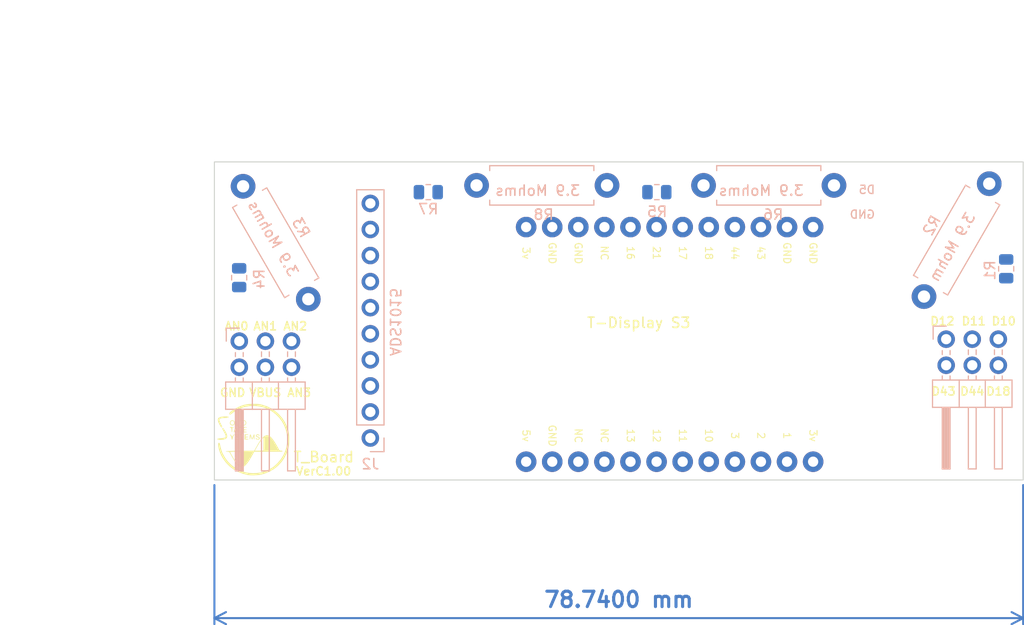
<source format=kicad_pcb>
(kicad_pcb (version 20221018) (generator pcbnew)
  (title_block (title "Voltage_Sensor_Timer") (date "2023-03-07") (rev "0"))
  (layers (0 "F.Cu" signal) (31 "B.Cu" signal) (34 "B.Paste" user) (35 "F.Paste" user) (36 "B.SilkS" user "B.Silkscreen") (37 "F.SilkS" user "F.Silkscreen") (38 "B.Mask" user) (39 "F.Mask" user) (44 "Edge.Cuts" user))
  (net 0 "")
  (net 1 "GND")
  (net 2 "VBUS")
  (net 3 "AN3")
  (net 4 "AN2")
  (net 5 "AN1")
  (net 6 "AN0")
  (net 7 "SDA")
  (net 8 "SCL")
  (net 9 "D10")
  (net 10 "D11")
  (net 11 "D12")
  (net 33 "D43")
  (net 34 "D44")
  (net 35 "D18")
  (net 36 "3V")
  (footprint "LOGO" (layer "F.Cu") (at 116.967 105.791)
    (fp_text reference "G***" hide)
    (fp_text value "LOGO" hide)
    (fp_poly (pts (xy -1.25841 -1.839936) (xy -1.243308 -1.764985) (xy -1.234358 -1.662176) (xy -1.232467 -1.552547) (xy -1.238539 -1.457135) (xy -1.253481 -1.396978) (xy -1.258286 -1.390321) (xy -1.296458 -1.379762) (xy -1.314537 -1.408203) (xy -1.326252 -1.477429) (xy -1.327832 -1.579396) (xy -1.321053 -1.691368) (xy -1.307692 -1.79061) (xy -1.289527 -1.854386) (xy -1.278759 -1.865989)) (fill solid) (layer "F.SilkS"))
    (fp_poly (pts (xy -1.663348 -1.859687) (xy -1.650813 -1.774453) (xy -1.646621 -1.664138) (xy -1.646621 -1.436414) (xy -1.524 -1.436414) (xy -1.442952 -1.427615) (xy -1.402439 -1.405977) (xy -1.40138 -1.40138) (xy -1.432693 -1.380486) (xy -1.511919 -1.367953) (xy -1.559035 -1.366345) (xy -1.71669 -1.366345) (xy -1.71669 -1.629104) (xy -1.712343 -1.761501) (xy -1.700575 -1.853783) (xy -1.683298 -1.891617) (xy -1.681655 -1.891862)) (fill solid) (layer "F.SilkS"))
    (fp_poly (pts (xy -2.007079 -1.219373) (xy -1.933507 -1.205439) (xy -1.90938 -1.191173) (xy -1.921783 -1.165194) (xy -1.977381 -1.156138) (xy -2.025563 -1.15239) (xy -2.052398 -1.130583) (xy -2.064123 -1.074876) (xy -2.066976 -0.969425) (xy -2.067035 -0.928414) (xy -2.073546 -0.789463) (xy -2.089629 -0.717229) (xy -2.110105 -0.7123) (xy -2.129798 -0.775262) (xy -2.14353 -0.906705) (xy -2.144191 -0.919655) (xy -2.152516 -1.040609) (xy -2.16724 -1.108281) (xy -2.194871 -1.139458) (xy -2.233448 -1.149816) (xy -2.295053 -1.170884) (xy -2.312276 -1.193609) (xy -2.281429 -1.212561) (xy -2.204584 -1.223077) (xy -2.105286 -1.2253)) (fill solid) (layer "F.SilkS"))
    (fp_poly (pts (xy -1.864742 -0.487725) (xy -1.902692 -0.420715) (xy -1.944414 -0.357871) (xy -2.002071 -0.245519) (xy -2.031003 -0.133742) (xy -2.032 -0.114488) (xy -2.045137 -0.027071) (xy -2.084552 0) (xy -2.124678 -0.02862) (xy -2.137104 -0.114488) (xy -2.15812 -0.220758) (xy -2.21098 -0.336387) (xy -2.22459 -0.357724) (xy -2.270357 -0.438926) (xy -2.28485 -0.495259) (xy -2.279021 -0.506901) (xy -2.241425 -0.493357) (xy -2.1853 -0.435321) (xy -2.160129 -0.401012) (xy -2.074294 -0.274694) (xy -2.011208 -0.38149) (xy -1.956381 -0.458434) (xy -1.906653 -0.503891) (xy -1.902475 -0.505802) (xy -1.865501 -0.513157)) (fill solid) (layer "F.SilkS"))
    (fp_poly (pts (xy -1.026114 -0.518684) (xy -0.952541 -0.504749) (xy -0.928414 -0.490483) (xy -0.940818 -0.464504) (xy -0.996415 -0.455449) (xy -1.044597 -0.4517) (xy -1.071432 -0.429893) (xy -1.083158 -0.374186) (xy -1.086011 -0.268735) (xy -1.086069 -0.227724) (xy -1.092581 -0.088774) (xy -1.108663 -0.01654) (xy -1.12914 -0.01161) (xy -1.148833 -0.074573) (xy -1.162565 -0.206015) (xy -1.163225 -0.218966) (xy -1.171551 -0.339919) (xy -1.186274 -0.407591) (xy -1.213906 -0.438769) (xy -1.252483 -0.449127) (xy -1.314087 -0.470194) (xy -1.331311 -0.49292) (xy -1.300464 -0.511871) (xy -1.223619 -0.522387) (xy -1.124321 -0.52461)) (fill solid) (layer "F.SilkS"))
    (fp_poly (pts (xy -1.206142 -1.220246) (xy -1.127462 -1.204921) (xy -1.103586 -1.191173) (xy -1.11599 -1.165194) (xy -1.171588 -1.156138) (xy -1.21977 -1.15239) (xy -1.246605 -1.130583) (xy -1.25833 -1.074876) (xy -1.261183 -0.969425) (xy -1.261242 -0.928414) (xy -1.266192 -0.809415) (xy -1.279305 -0.727941) (xy -1.296276 -0.70069) (xy -1.314584 -0.732866) (xy -1.327118 -0.8181) (xy -1.331311 -0.928414) (xy -1.332846 -1.050829) (xy -1.341513 -1.119012) (xy -1.363399 -1.148795) (xy -1.404592 -1.156007) (xy -1.418897 -1.156138) (xy -1.484737 -1.168131) (xy -1.506483 -1.191173) (xy -1.474825 -1.210448) (xy -1.393239 -1.223173) (xy -1.315861 -1.226207)) (fill solid) (layer "F.SilkS"))
    (fp_poly (pts (xy -0.839684 -1.865697) (xy -0.744934 -1.790689) (xy -0.702465 -1.672069) (xy -0.70069 -1.636899) (xy -0.723265 -1.496935) (xy -0.792758 -1.408576) (xy -0.911824 -1.369109) (xy -0.965435 -1.366345) (xy -1.121104 -1.366345) (xy -1.121104 -1.629104) (xy -1.051035 -1.629104) (xy -1.049084 -1.518909) (xy -1.037386 -1.461548) (xy -1.007169 -1.439793) (xy -0.952938 -1.436414) (xy -0.8654 -1.450611) (xy -0.8128 -1.478455) (xy -0.782647 -1.541725) (xy -0.770759 -1.629104) (xy -0.791936 -1.743636) (xy -0.858522 -1.806068) (xy -0.952938 -1.821793) (xy -1.009037 -1.817962) (xy -1.038239 -1.794983) (xy -1.049314 -1.735629) (xy -1.051035 -1.629104) (xy -1.121104 -1.629104) (xy -1.121104 -1.891862) (xy -0.980966 -1.891862)) (fill solid) (layer "F.SilkS"))
    (fp_poly (pts (xy -1.950392 -1.861936) (xy -1.86813 -1.783698) (xy -1.824983 -1.674461) (xy -1.828228 -1.551535) (xy -1.876332 -1.44421) (xy -1.957521 -1.383011) (xy -2.067201 -1.365484) (xy -2.178617 -1.3922) (xy -2.242207 -1.436414) (xy -2.299371 -1.535903) (xy -2.304159 -1.630441) (xy -2.234465 -1.630441) (xy -2.21237 -1.521417) (xy -2.149867 -1.457611) (xy -2.058022 -1.434351) (xy -1.9671 -1.455344) (xy -1.928796 -1.486677) (xy -1.900081 -1.563994) (xy -1.901805 -1.664792) (xy -1.930068 -1.75586) (xy -1.965267 -1.797143) (xy -2.06071 -1.824758) (xy -2.145932 -1.796648) (xy -2.208122 -1.72711) (xy -2.234465 -1.630441) (xy -2.304159 -1.630441) (xy -2.305178 -1.650571) (xy -2.267255 -1.760872) (xy -2.193228 -1.84726) (xy -2.090725 -1.89019) (xy -2.064492 -1.891862)) (fill solid) (layer "F.SilkS"))
    (fp_poly (pts (xy -2.939359 -1.091921) (xy -2.873816 -1.01415) (xy -2.796972 -0.902452) (xy -2.718251 -0.771492) (xy -2.647074 -0.635933) (xy -2.594364 -0.514478) (xy -2.555046 -0.342897) (xy -2.577481 -0.203531) (xy -2.66184 -0.09624) (xy -2.808289 -0.020881) (xy -3.016999 0.022686) (xy -3.249448 0.034839) (xy -3.381077 0.033177) (xy -3.45742 0.025235) (xy -3.493226 0.006956) (xy -3.503241 -0.025718) (xy -3.503448 -0.035035) (xy -3.485036 -0.093095) (xy -3.459655 -0.107594) (xy -3.210199 -0.125786) (xy -3.006125 -0.148945) (xy -2.854676 -0.175948) (xy -2.763092 -0.205674) (xy -2.7446 -0.218317) (xy -2.711405 -0.277025) (xy -2.712245 -0.360085) (xy -2.749503 -0.476152) (xy -2.825561 -0.633884) (xy -2.892047 -0.754299) (xy -2.977908 -0.910384) (xy -3.027323 -1.016543) (xy -3.042441 -1.081333) (xy -3.025411 -1.113309) (xy -2.984179 -1.121104)) (fill solid) (layer "F.SilkS"))
    (fp_poly (pts (xy -2.516859 -2.252916) (xy -2.462682 -2.242255) (xy -2.43968 -2.221998) (xy -2.434897 -2.189655) (xy -2.440342 -2.158056) (xy -2.464881 -2.136437) (xy -2.520823 -2.121801) (xy -2.620475 -2.111152) (xy -2.776145 -2.10149) (xy -2.802759 -2.100064) (xy -3.025166 -2.083659) (xy -3.182401 -2.056697) (xy -3.279296 -2.011708) (xy -3.32068 -1.941218) (xy -3.311382 -1.837756) (xy -3.256233 -1.69385) (xy -3.173187 -1.527017) (xy -3.098852 -1.378535) (xy -3.058343 -1.279695) (xy -3.048341 -1.220727) (xy -3.0605 -1.195337) (xy -3.119603 -1.17728) (xy -3.142283 -1.184485) (xy -3.175768 -1.224732) (xy -3.231595 -1.311467) (xy -3.299891 -1.428952) (xy -3.329604 -1.483095) (xy -3.43079 -1.697827) (xy -3.478691 -1.872716) (xy -3.471147 -2.010749) (xy -3.405995 -2.114913) (xy -3.281074 -2.188195) (xy -3.094222 -2.233583) (xy -2.843278 -2.254063) (xy -2.770559 -2.255638) (xy -2.615166 -2.256528)) (fill solid) (layer "F.SilkS"))
    (fp_poly (pts (xy -0.738412 -1.219663) (xy -0.665649 -1.202996) (xy -0.648138 -1.191173) (xy -0.664757 -1.168911) (xy -0.740969 -1.157259) (xy -0.786208 -1.156138) (xy -0.884298 -1.152617) (xy -0.931082 -1.135227) (xy -0.945229 -1.093732) (xy -0.945931 -1.068552) (xy -0.938282 -1.012122) (xy -0.902204 -0.98704) (xy -0.817997 -0.980997) (xy -0.805793 -0.980966) (xy -0.718039 -0.973196) (xy -0.669229 -0.953785) (xy -0.665655 -0.945931) (xy -0.696736 -0.923993) (xy -0.77438 -0.91179) (xy -0.805793 -0.910897) (xy -0.897477 -0.905021) (xy -0.937997 -0.881272) (xy -0.945931 -0.840828) (xy -0.93398 -0.79472) (xy -0.885848 -0.77453) (xy -0.807861 -0.770759) (xy -0.714574 -0.762615) (xy -0.654779 -0.742388) (xy -0.648138 -0.735724) (xy -0.66618 -0.71472) (xy -0.745861 -0.702803) (xy -0.821243 -0.70069) (xy -1.016 -0.70069) (xy -1.016 -0.963449) (xy -1.016 -1.226207) (xy -0.842895 -1.226207)) (fill solid) (layer "F.SilkS"))
    (fp_poly (pts (xy -0.498811 -0.504264) (xy -0.490483 -0.492314) (xy -0.521559 -0.46923) (xy -0.599192 -0.45639) (xy -0.630621 -0.455449) (xy -0.720909 -0.450668) (xy -0.761039 -0.428119) (xy -0.770709 -0.37549) (xy -0.770759 -0.367862) (xy -0.763259 -0.311733) (xy -0.727701 -0.286576) (xy -0.644498 -0.280329) (xy -0.628553 -0.280276) (xy -0.539758 -0.272889) (xy -0.505913 -0.252923) (xy -0.508 -0.245242) (xy -0.554587 -0.221549) (xy -0.639486 -0.210343) (xy -0.650206 -0.210207) (xy -0.733847 -0.202072) (xy -0.767157 -0.170467) (xy -0.770759 -0.140138) (xy -0.758807 -0.09403) (xy -0.710676 -0.073841) (xy -0.632689 -0.070069) (xy -0.539401 -0.061925) (xy -0.479606 -0.041698) (xy -0.472966 -0.035035) (xy -0.491661 -0.014621) (xy -0.572846 -0.002651) (xy -0.665123 0) (xy -0.878932 0) (xy -0.868639 -0.254) (xy -0.858345 -0.508) (xy -0.674414 -0.51859) (xy -0.561201 -0.518592)) (fill solid) (layer "F.SilkS"))
    (fp_poly (pts (xy -0.261873 -0.454282) (xy -0.210031 -0.331442) (xy -0.199459 -0.300585) (xy -0.130321 -0.09317) (xy -0.053675 -0.298574) (xy 0.003618 -0.436516) (xy 0.04743 -0.505793) (xy 0.078453 -0.506263) (xy 0.09738 -0.437781) (xy 0.104905 -0.300204) (xy 0.105103 -0.265678) (xy 0.1008 -0.132201) (xy 0.089133 -0.039037) (xy 0.071968 -0.000331) (xy 0.070069 0) (xy 0.049281 -0.031429) (xy 0.035739 -0.111383) (xy 0.033129 -0.166414) (xy 0.031224 -0.332828) (xy -0.028181 -0.178067) (xy -0.071337 -0.083642) (xy -0.112705 -0.021486) (xy -0.127972 -0.009869) (xy -0.160745 -0.032554) (xy -0.202655 -0.106187) (xy -0.233075 -0.182148) (xy -0.297793 -0.367862) (xy -0.308383 -0.183931) (xy -0.320273 -0.081137) (xy -0.339455 -0.014379) (xy -0.353711 0) (xy -0.370742 -0.032796) (xy -0.379223 -0.123008) (xy -0.378156 -0.254) (xy -0.3647 -0.407309) (xy -0.340183 -0.491962) (xy -0.305583 -0.507704)) (fill solid) (layer "F.SilkS"))
    (fp_poly (pts (xy -1.68048 -1.182631) (xy -1.637382 -1.102326) (xy -1.588792 -0.996513) (xy -1.542825 -0.88449) (xy -1.507598 -0.785556) (xy -1.491225 -0.719011) (xy -1.493362 -0.703043) (xy -1.525153 -0.713424) (xy -1.567138 -0.762) (xy -1.637084 -0.822166) (xy -1.722903 -0.842477) (xy -1.799561 -0.822129) (xy -1.839311 -0.770759) (xy -1.871278 -0.716646) (xy -1.907854 -0.700523) (xy -1.926805 -0.731377) (xy -1.926897 -0.735356) (xy -1.913889 -0.795991) (xy -1.880538 -0.889771) (xy -1.863719 -0.929967) (xy -1.774456 -0.929967) (xy -1.734265 -0.911403) (xy -1.71669 -0.910897) (xy -1.663609 -0.922662) (xy -1.660865 -0.971036) (xy -1.66613 -0.989724) (xy -1.696457 -1.070147) (xy -1.72126 -1.089508) (xy -1.729855 -1.08315) (xy -1.749361 -1.041795) (xy -1.76725 -0.989724) (xy -1.774456 -0.929967) (xy -1.863719 -0.929967) (xy -1.835353 -0.997759) (xy -1.786841 -1.101018) (xy -1.743513 -1.180613) (xy -1.713876 -1.217609) (xy -1.70997 -1.218128)) (fill solid) (layer "F.SilkS"))
    (fp_poly (pts (xy -1.499256 -0.4916) (xy -1.453737 -0.455234) (xy -1.411983 -0.389504) (xy -1.422431 -0.35908) (xy -1.473647 -0.376532) (xy -1.503661 -0.400343) (xy -1.577753 -0.441693) (xy -1.649342 -0.445049) (xy -1.694165 -0.411968) (xy -1.699173 -0.387819) (xy -1.669305 -0.343949) (xy -1.597133 -0.305776) (xy -1.594069 -0.304767) (xy -1.477856 -0.256214) (xy -1.418128 -0.197891) (xy -1.40138 -0.117464) (xy -1.429145 -0.038052) (xy -1.491246 0.000867) (xy -1.571004 0.027377) (xy -1.628984 0.026818) (xy -1.707931 -0.001092) (xy -1.774017 -0.058844) (xy -1.786759 -0.110581) (xy -1.786759 -0.188385) (xy -1.715325 -0.11171) (xy -1.633622 -0.046915) (xy -1.556857 -0.043955) (xy -1.510136 -0.06707) (xy -1.476282 -0.116868) (xy -1.499838 -0.17237) (xy -1.571659 -0.217366) (xy -1.599802 -0.226033) (xy -1.721115 -0.274064) (xy -1.779542 -0.343566) (xy -1.786759 -0.388437) (xy -1.757771 -0.463302) (xy -1.685498 -0.508399) (xy -1.59198 -0.519305)) (fill solid) (layer "F.SilkS"))
    (fp_poly (pts (xy 0.488151 -0.503225) (xy 0.560691 -0.450454) (xy 0.595294 -0.388362) (xy 0.595586 -0.382877) (xy 0.576949 -0.351282) (xy 0.538835 -0.365252) (xy 0.511947 -0.405243) (xy 0.468746 -0.441386) (xy 0.398416 -0.449824) (xy 0.331389 -0.432965) (xy 0.298096 -0.393217) (xy 0.297793 -0.388299) (xy 0.328068 -0.348025) (xy 0.404292 -0.305017) (xy 0.443676 -0.290039) (xy 0.558526 -0.231699) (xy 0.615712 -0.159583) (xy 0.613001 -0.085108) (xy 0.548159 -0.019693) (xy 0.500941 0.002683) (xy 0.41801 0.029717) (xy 0.362077 0.025391) (xy 0.29567 -0.014198) (xy 0.288071 -0.019504) (xy 0.229663 -0.079711) (xy 0.210207 -0.130715) (xy 0.219707 -0.160116) (xy 0.256043 -0.142116) (xy 0.297446 -0.105429) (xy 0.365248 -0.052058) (xy 0.422694 -0.045432) (xy 0.477948 -0.065965) (xy 0.536804 -0.109661) (xy 0.526071 -0.155639) (xy 0.445583 -0.204171) (xy 0.377421 -0.230061) (xy 0.265892 -0.286152) (xy 0.2209 -0.354488) (xy 0.243898 -0.432286) (xy 0.260902 -0.453398) (xy 0.337995 -0.507963) (xy 0.405824 -0.525518)) (fill solid) (layer "F.SilkS"))
    (fp_poly (pts (xy 0.196863 -3.479628) (xy 0.377558 -3.47395) (xy 0.525832 -3.461546) (xy 0.660467 -3.44076) (xy 0.800245 -3.409937) (xy 0.821206 -3.404748) (xy 1.290318 -3.252394) (xy 1.727687 -3.040219) (xy 2.128511 -2.772941) (xy 2.487985 -2.455277) (xy 2.801307 -2.091944) (xy 3.063671 -1.687659) (xy 3.270275 -1.247139) (xy 3.389163 -0.883147) (xy 3.425871 -0.737362) (xy 3.451384 -0.608) (xy 3.46769 -0.476005) (xy 3.476774 -0.322322) (xy 3.480622 -0.127894) (xy 3.481222 0) (xy 3.47993 0.228562) (xy 3.474041 0.40519) (xy 3.461863 0.547955) (xy 3.441704 0.674933) (xy 3.41187 0.804195) (xy 3.402628 0.839257) (xy 3.238143 1.324803) (xy 3.017595 1.770251) (xy 2.744003 2.172605) (xy 2.420381 2.528869) (xy 2.049747 2.836049) (xy 1.635118 3.091149) (xy 1.17951 3.291173) (xy 0.82331 3.400554) (xy 0.600846 3.443831) (xy 0.338044 3.473598) (xy 0.058391 3.488949) (xy -0.214628 3.488976) (xy -0.457527 3.472774) (xy -0.579835 3.454732) (xy -1.07836 3.326041) (xy -1.5417 3.139085) (xy -1.966443 2.896388) (xy -2.349175 2.600471) (xy -2.686487 2.253857) (xy -2.974966 1.859067) (xy -3.144193 1.559034) (xy -3.239315 1.345829) (xy -3.323352 1.112235) (xy -3.389893 0.87992) (xy -3.432524 0.67055) (xy -3.444909 0.543034) (xy -3.445922 0.425615) (xy -3.436731 0.3609) (xy -3.411765 0.331678) (xy -3.373308 0.321794) (xy -3.30724 0.332743) (xy -3.277868 0.391863) (xy -3.216372 0.662714) (xy -3.162691 0.878043) (xy -3.112872 1.051403) (xy -3.062963 1.196347) (xy -3.009012 1.326427) (xy -2.99889 1.348609) (xy -2.765826 1.772001) (xy -2.480111 2.150937) (xy -2.145842 2.48206) (xy -1.767119 2.762013) (xy -1.348038 2.987439) (xy -0.892698 3.154982) (xy -0.745335 3.194516) (xy -0.408573 3.252425) (xy -0.038851 3.273257) (xy 0.337523 3.257316) (xy 0.694245 3.204904) (xy 0.815188 3.176537) (xy 1.156887 3.064974) (xy 1.503393 2.912578) (xy 1.821012 2.734565) (xy 1.88125 2.695107) (xy 1.974744 2.623222) (xy 2.098725 2.515743) (xy 2.235799 2.388232) (xy 2.34731 2.278074) (xy 2.652819 1.920167) (xy 2.896949 1.536267) (xy 3.080722 1.132254) (xy 3.205157 0.714008) (xy 3.271277 0.287408) (xy 3.280103 -0.141665) (xy 3.232655 -0.567331) (xy 3.129955 -0.98371) (xy 2.973023 -1.384923) (xy 2.762882 -1.765089) (xy 2.500551 -2.118328) (xy 2.187052 -2.438761) (xy 1.823407 -2.720506) (xy 1.440656 -2.942882) (xy 1.03347 -3.109361) (xy 0.598956 -3.219813) (xy 0.150755 -3.273046) (xy -0.297494 -3.267869) (xy -0.732148 -3.203092) (xy -0.933094 -3.15013) (xy -1.167945 -3.065633) (xy -1.421251 -2.952774) (xy -1.670084 -2.823294) (xy -1.891518 -2.688929) (xy -2.030501 -2.588259) (xy -2.135289 -2.507092) (xy -2.220857 -2.446808) (xy -2.271531 -2.418307) (xy -2.276185 -2.41738) (xy -2.328543 -2.446166) (xy -2.35284 -2.514016) (xy -2.342087 -2.593168) (xy -2.327325 -2.620479) (xy -2.261473 -2.687112) (xy -2.147056 -2.775804) (xy -1.99829 -2.877499) (xy -1.829391 -2.983139) (xy -1.654574 -3.083667) (xy -1.488056 -3.170026) (xy -1.404221 -3.208609) (xy -1.152089 -3.311078) (xy -0.926728 -3.385026) (xy -0.706851 -3.434675) (xy -0.471174 -3.464247) (xy -0.198409 -3.477967) (xy -0.035035 -3.480236)) (fill solid) (layer "F.SilkS"))
    (fp_poly (pts (xy 1.388042 -0.418865) (xy 1.526215 -0.366027) (xy 1.608457 -0.31355) (xy 1.740696 -0.195295) (xy 1.886321 -0.021404) (xy 2.047671 0.211348) (xy 2.227086 0.506184) (xy 2.311579 0.655018) (xy 2.542153 1.068551) (xy 2.689973 1.079324) (xy 2.795925 1.097656) (xy 2.837012 1.133252) (xy 2.837793 1.140635) (xy 2.829573 1.153541) (xy 2.800859 1.164104) (xy 2.74557 1.172548) (xy 2.657626 1.179095) (xy 2.530944 1.183968) (xy 2.359446 1.187389) (xy 2.137049 1.18958) (xy 1.857672 1.190765) (xy 1.515236 1.191166) (xy 1.457178 1.191172) (xy 0.076563 1.191172) (xy -0.208182 1.697686) (xy -0.403863 2.025475) (xy -0.58493 2.286822) (xy -0.750971 2.48121) (xy -0.901572 2.60812) (xy -0.95975 2.641) (xy -1.088106 2.687642) (xy -1.200348 2.687439) (xy -1.314983 2.648605) (xy -1.427514 2.584508) (xy -1.438615 2.575034) (xy -1.261242 2.575034) (xy -1.243724 2.592551) (xy -1.226207 2.575034) (xy -1.243724 2.557517) (xy -1.261242 2.575034) (xy -1.438615 2.575034) (xy -1.479664 2.54) (xy -0.980966 2.54) (xy -0.963448 2.557517) (xy -0.945931 2.54) (xy -0.963448 2.522482) (xy -0.980966 2.54) (xy -1.479664 2.54) (xy -1.542286 2.486554) (xy -1.66437 2.348437) (xy -1.79884 2.163847) (xy -1.950768 1.926478) (xy -2.103395 1.66812) (xy -2.364341 1.21415) (xy -2.277242 1.21415) (xy -2.260627 1.250964) (xy -2.214821 1.337297) (xy -2.145878 1.462112) (xy -2.059853 1.61437) (xy -2.009636 1.702017) (xy -1.885384 1.909294) (xy -1.761836 2.099896) (xy -1.645459 2.265139) (xy -1.542718 2.396341) (xy -1.46008 2.484819) (xy -1.40401 2.521889) (xy -1.398663 2.522482) (xy -1.387999 2.488982) (xy -1.380948 2.415098) (xy -0.797204 2.415098) (xy -0.792411 2.417379) (xy -0.760439 2.392715) (xy -0.753242 2.382345) (xy -0.744314 2.349591) (xy -0.749106 2.34731) (xy -0.781078 2.371974) (xy -0.788276 2.382345) (xy -0.797204 2.415098) (xy -1.380948 2.415098) (xy -1.378991 2.394596) (xy -1.372084 2.248498) (xy -1.367724 2.059862) (xy -1.366345 1.856827) (xy -1.366345 1.664138) (xy -0.315311 1.664138) (xy -0.297793 1.681655) (xy -0.280276 1.664138) (xy -0.297793 1.64662) (xy -0.315311 1.664138) (xy -1.366345 1.664138) (xy -1.366345 1.243724) (xy -1.296276 1.243724) (xy -1.278759 1.261241) (xy -1.261242 1.243724) (xy -0.070069 1.243724) (xy -0.052552 1.261241) (xy -0.035035 1.243724) (xy -0.052552 1.226207) (xy -0.070069 1.243724) (xy -1.261242 1.243724) (xy -1.278759 1.226207) (xy -1.296276 1.243724) (xy -1.366345 1.243724) (xy -1.366345 1.191172) (xy -1.821793 1.191172) (xy -1.991219 1.19283) (xy -2.132067 1.197367) (xy -2.23133 1.204126) (xy -2.276 1.212451) (xy -2.277242 1.21415) (xy -2.364341 1.21415) (xy -2.36748 1.208689) (xy -2.533427 1.191172) (xy -2.632204 1.174211) (xy -2.695756 1.150899) (xy -2.707274 1.13862) (xy -2.674877 1.128586) (xy -2.573927 1.11965) (xy -2.405932 1.111863) (xy -2.172398 1.105271) (xy -1.874834 1.099922) (xy -1.514748 1.095866) (xy -1.325535 1.094428) (xy -0.402954 1.088348) (xy 0.133691 1.088348) (xy 0.54857 1.07845) (xy 0.963448 1.068551) (xy 0.963987 1.033517) (xy 1.051034 1.033517) (xy 1.068552 1.051034) (xy 1.086069 1.033517) (xy 2.382345 1.033517) (xy 2.399862 1.051034) (xy 2.417379 1.033517) (xy 2.399862 1.016) (xy 2.382345 1.033517) (xy 1.086069 1.033517) (xy 1.068552 1.016) (xy 1.051034 1.033517) (xy 0.963987 1.033517) (xy 0.973015 0.446689) (xy 0.974646 0.246826) (xy 0.973954 0.157655) (xy 1.891862 0.157655) (xy 1.909379 0.175172) (xy 1.926896 0.157655) (xy 1.909379 0.140138) (xy 1.891862 0.157655) (xy 0.973954 0.157655) (xy 0.973302 0.073729) (xy 0.971636 0.017517) (xy 1.786758 0.017517) (xy 1.804276 0.035034) (xy 1.821793 0.017517) (xy 1.804276 0) (xy 1.786758 0.017517) (xy 0.971636 0.017517) (xy 0.969295 -0.061495) (xy 0.962938 -0.147738) (xy 0.955498 -0.1743) (xy 0.911637 -0.143728) (xy 0.839391 -0.058595) (xy 0.743544 0.073939) (xy 0.62888 0.246715) (xy 0.500183 0.452573) (xy 0.362236 0.684352) (xy 0.247238 0.88576) (xy 0.133691 1.088348) (xy -0.402954 1.088348) (xy 0.064103 1.08527) (xy 0.264441 0.726566) (xy 0.464317 0.383086) (xy 0.64569 0.10372) (xy 0.81179 -0.11403) (xy 0.907406 -0.212488) (xy 1.059624 -0.212488) (xy 1.064416 -0.210207) (xy 1.096388 -0.234871) (xy 1.103586 -0.245242) (xy 1.112513 -0.277995) (xy 1.107721 -0.280276) (xy 1.075749 -0.255613) (xy 1.068552 -0.245242) (xy 1.059624 -0.212488) (xy 0.907406 -0.212488) (xy 0.965846 -0.272665) (xy 1.111087 -0.374682) (xy 1.250742 -0.422583)) (fill solid) (layer "F.SilkS"))
  )
  (footprint "Voltage_Sensor_Timer:T-Display-S3" (layer "F.Cu") (at 138.43 107.95 -90)
    (fp_text reference "U1" hide)
    (fp_text value "T-Display-S3" hide)
    (fp_text user "NC" (at -2.54 -10.16 -90 unlocked) (layer "F.SilkS") (effects (font (size 0.7 0.7) (thickness 0.1))))
    (fp_text user "GND" (at -2.54 -7.62 -90 unlocked) (layer "F.SilkS") (effects (font (size 0.7 0.7) (thickness 0.1))))
    (fp_text user "18" (at -20.334382 -22.86 -90 unlocked) (layer "F.SilkS") (effects (font (size 0.7 0.7) (thickness 0.1))))
    (fp_text user "21" (at -20.334382 -17.78 -90 unlocked) (layer "F.SilkS") (effects (font (size 0.7 0.7) (thickness 0.1))))
    (fp_text user "GND" (at -20.32 -30.48 -90 unlocked) (layer "F.SilkS") (effects (font (size 0.7 0.7) (thickness 0.1))))
    (fp_text user "17" (at -20.334382 -20.32 -90 unlocked) (layer "F.SilkS") (effects (font (size 0.7 0.7) (thickness 0.1))))
    (fp_text user "11" (at -2.54 -20.32 -90 unlocked) (layer "F.SilkS") (effects (font (size 0.7 0.7) (thickness 0.1))))
    (fp_text user "13" (at -2.54 -15.24 -90 unlocked) (layer "F.SilkS") (effects (font (size 0.7 0.7) (thickness 0.1))))
    (fp_text user "43" (at -20.334382 -27.94 -90 unlocked) (layer "F.SilkS") (effects (font (size 0.7 0.7) (thickness 0.1))))
    (fp_text user "NC" (at -20.334382 -12.7 -90 unlocked) (layer "F.SilkS") (effects (font (size 0.7 0.7) (thickness 0.1))))
    (fp_text user "12" (at -2.54 -17.78 -90 unlocked) (layer "F.SilkS") (effects (font (size 0.7 0.7) (thickness 0.1))))
    (fp_text user "10" (at -2.54 -22.86 -90 unlocked) (layer "F.SilkS") (effects (font (size 0.7 0.7) (thickness 0.1))))
    (fp_text user "44" (at -20.334382 -25.4 -90 unlocked) (layer "F.SilkS") (effects (font (size 0.7 0.7) (thickness 0.1))))
    (fp_text user "GND" (at -20.32 -10.16 -90 unlocked) (layer "F.SilkS") (effects (font (size 0.7 0.7) (thickness 0.1))))
    (fp_text user "1" (at -2.54 -30.48 -90 unlocked) (layer "F.SilkS") (effects (font (size 0.7 0.7) (thickness 0.1))))
    (fp_text user "NC" (at -2.54 -12.7 -90 unlocked) (layer "F.SilkS") (effects (font (size 0.7 0.7) (thickness 0.1))))
    (fp_text user "16" (at -20.334382 -15.24 -90 unlocked) (layer "F.SilkS") (effects (font (size 0.7 0.7) (thickness 0.1))))
    (fp_text user "3v" (at -2.54 -33.02 -90 unlocked) (layer "F.SilkS") (effects (font (size 0.7 0.7) (thickness 0.1))))
    (fp_text user "3v" (at -20.32 -5.08 -90 unlocked) (layer "F.SilkS") (effects (font (size 0.7 0.7) (thickness 0.1))))
    (fp_text user "5v" (at -2.54 -5.08 -90 unlocked) (layer "F.SilkS") (effects (font (size 0.7 0.7) (thickness 0.1))))
    (fp_text user "GND" (at -20.32 -7.62 -90 unlocked) (layer "F.SilkS") (effects (font (size 0.7 0.7) (thickness 0.1))))
    (fp_text user "3" (at -2.54 -25.4 -90 unlocked) (layer "F.SilkS") (effects (font (size 0.7 0.7) (thickness 0.1))))
    (fp_text user "GND" (at -20.32 -33.02 -90 unlocked) (layer "F.SilkS") (effects (font (size 0.7 0.7) (thickness 0.1))))
    (fp_text user "2" (at -2.54 -27.94 -90 unlocked) (layer "F.SilkS") (effects (font (size 0.7 0.7) (thickness 0.1))))
    (pad "1" thru_hole circle (at 0 -33.02 270) (size 2 2) (drill 1) (layers "*.Cu" "*.Mask") (net 36 "3V"))
    (pad "2" thru_hole circle (at 0 -30.48 270) (size 2 2) (drill 1) (layers "*.Cu" "*.Mask"))
    (pad "3" thru_hole circle (at 0 -27.94 270) (size 2 2) (drill 1) (layers "*.Cu" "*.Mask"))
    (pad "4" thru_hole circle (at 0 -25.4 270) (size 2 2) (drill 1) (layers "*.Cu" "*.Mask"))
    (pad "5" thru_hole circle (at 0 -22.86 270) (size 2 2) (drill 1) (layers "*.Cu" "*.Mask"))
    (pad "6" thru_hole circle (at 0 -20.32 270) (size 2 2) (drill 1) (layers "*.Cu" "*.Mask"))
    (pad "7" thru_hole circle (at 0 -17.78 270) (size 2 2) (drill 1) (layers "*.Cu" "*.Mask") (net 7 "SDA"))
    (pad "8" thru_hole circle (at 0 -15.24 270) (size 2 2) (drill 1) (layers "*.Cu" "*.Mask") (net 8 "SCL"))
    (pad "9" thru_hole circle (at 0 -12.7 270) (size 2 2) (drill 1) (layers "*.Cu" "*.Mask"))
    (pad "10" thru_hole circle (at 0 -10.16 270) (size 2 2) (drill 1) (layers "*.Cu" "*.Mask"))
    (pad "11" thru_hole circle (at 0 -7.62 270) (size 2 2) (drill 1) (layers "*.Cu" "*.Mask") (net 1 "GND"))
    (pad "12" thru_hole circle (at 0 -5.08 270) (size 2 2) (drill 1) (layers "*.Cu" "*.Mask") (net 2 "VBUS"))
    (pad "13" thru_hole circle (at -22.861864 -33.02 270) (size 2 2) (drill 1) (layers "*.Cu" "*.Mask"))
    (pad "14" thru_hole circle (at -22.861864 -30.48 270) (size 2 2) (drill 1) (layers "*.Cu" "*.Mask"))
    (pad "15" thru_hole circle (at -22.861864 -27.94 270) (size 2 2) (drill 1) (layers "*.Cu" "*.Mask"))
    (pad "16" thru_hole circle (at -22.861864 -25.4 270) (size 2 2) (drill 1) (layers "*.Cu" "*.Mask"))
    (pad "17" thru_hole circle (at -22.861864 -22.86 270) (size 2 2) (drill 1) (layers "*.Cu" "*.Mask"))
    (pad "18" thru_hole circle (at -22.861864 -20.32 270) (size 2 2) (drill 1) (layers "*.Cu" "*.Mask"))
    (pad "19" thru_hole circle (at -22.861864 -17.78 270) (size 2 2) (drill 1) (layers "*.Cu" "*.Mask"))
    (pad "20" thru_hole circle (at -22.861864 -15.24 270) (size 2 2) (drill 1) (layers "*.Cu" "*.Mask"))
    (pad "21" thru_hole circle (at -22.861864 -12.7 270) (size 2 2) (drill 1) (layers "*.Cu" "*.Mask"))
    (pad "22" thru_hole circle (at -22.861864 -10.16 270) (size 2 2) (drill 1) (layers "*.Cu" "*.Mask"))
    (pad "23" thru_hole circle (at -22.861864 -7.62 270) (size 2 2) (drill 1) (layers "*.Cu" "*.Mask"))
    (pad "24" thru_hole circle (at -22.861864 -5.08 270) (size 2 2) (drill 1) (layers "*.Cu" "*.Mask"))
  )
  (footprint "Resistor_THT:R_Axial_DIN0411_L9.9mm_D3.6mm_P12.70mm_Horizontal" (layer "B.Cu") (at 188.595 80.860739 -120)
    (fp_text reference "R2" (at 6.324665 2.800919 60) (layer "B.SilkS") (effects (justify mirror)))
    (fp_text value "R" hide)
    (fp_line (start 1.28 -1.92) (end 11.42 -1.92) (stroke (width 0.12)) (layer "B.SilkS"))
    (fp_line (start 1.28 -1.44) (end 1.28 -1.92) (stroke (width 0.12)) (layer "B.SilkS"))
    (fp_line (start 1.28 1.44) (end 1.28 1.92) (stroke (width 0.12)) (layer "B.SilkS"))
    (fp_line (start 1.28 1.92) (end 11.42 1.92) (stroke (width 0.12)) (layer "B.SilkS"))
    (fp_line (start 11.42 -1.92) (end 11.42 -1.44) (stroke (width 0.12)) (layer "B.SilkS"))
    (fp_line (start 11.42 1.92) (end 11.42 1.44) (stroke (width 0.12)) (layer "B.SilkS"))
    (pad "1" thru_hole circle (at 0 0 240) (size 2.4 2.4) (drill 1.2) (layers "*.Cu" "*.Mask") (net 6 "AN0"))
    (pad "2" thru_hole oval (at 12.7 0 240) (size 2.4 2.4) (drill 1.2) (layers "*.Cu" "*.Mask") (net 1 "GND"))
  )
  (footprint "Voltage_Sensor_Timer:PinSocket_1x10_P2.54mm_Vertical_1" (layer "B.Cu") (at 128.342521 105.641979)
    (fp_text reference "J2" (at 0 2.54 180) (layer "B.SilkS") (effects (justify mirror)))
    (fp_text value "ADS1015" hide)
    (fp_line (start -1.33 -24.19) (end 1.33 -24.19) (stroke (width 0.12)) (layer "B.SilkS"))
    (fp_line (start -1.33 -1.27) (end -1.33 -24.19) (stroke (width 0.12)) (layer "B.SilkS"))
    (fp_line (start -1.33 -1.27) (end 1.33 -1.27) (stroke (width 0.12)) (layer "B.SilkS"))
    (fp_line (start 0 1.33) (end 1.33 1.33) (stroke (width 0.12)) (layer "B.SilkS"))
    (fp_line (start 1.33 -1.27) (end 1.33 -24.19) (stroke (width 0.12)) (layer "B.SilkS"))
    (fp_line (start 1.33 1.33) (end 1.33 0) (stroke (width 0.12)) (layer "B.SilkS"))
    (pad "1" thru_hole circle (at 0 0) (size 1.7 1.7) (drill 1) (layers "*.Cu" "*.Mask") (net 3 "AN3"))
    (pad "2" thru_hole oval (at 0 -2.54) (size 1.7 1.7) (drill 1) (layers "*.Cu" "*.Mask") (net 4 "AN2"))
    (pad "3" thru_hole circle (at 0 -5.08) (size 1.7 1.7) (drill 1) (layers "*.Cu" "*.Mask") (net 5 "AN1"))
    (pad "4" thru_hole oval (at 0 -7.62) (size 1.7 1.7) (drill 1) (layers "*.Cu" "*.Mask") (net 6 "AN0"))
    (pad "5" thru_hole oval (at 0 -10.16) (size 1.7 1.7) (drill 1) (layers "*.Cu" "*.Mask"))
    (pad "6" thru_hole oval (at 0 -12.7) (size 1.7 1.7) (drill 1) (layers "*.Cu" "*.Mask"))
    (pad "7" thru_hole oval (at 0 -15.24) (size 1.7 1.7) (drill 1) (layers "*.Cu" "*.Mask") (net 7 "SDA"))
    (pad "8" thru_hole oval (at 0 -17.78) (size 1.7 1.7) (drill 1) (layers "*.Cu" "*.Mask") (net 8 "SCL"))
    (pad "9" thru_hole oval (at 0 -20.32) (size 1.7 1.7) (drill 1) (layers "*.Cu" "*.Mask") (net 1 "GND"))
    (pad "10" thru_hole oval (at 0 -22.86) (size 1.7 1.7) (drill 1) (layers "*.Cu" "*.Mask") (net 36 "3V"))
  )
  (footprint "Resistor_SMD:R_0805_2012Metric" (layer "B.Cu") (at 115.57 90.0195 -90)
    (fp_text reference "R4" (at 0.1251 -1.9558 90) (layer "B.SilkS") (effects (justify mirror)))
    (fp_text value "R" hide)
    (fp_line (start -0.227064 -0.735) (end 0.227064 -0.735) (stroke (width 0.12)) (layer "B.SilkS"))
    (fp_line (start -0.227064 0.735) (end 0.227064 0.735) (stroke (width 0.12)) (layer "B.SilkS"))
    (pad "1" smd roundrect (at -0.9125 0 270) (size 1.025 1.4) (layers "B.Cu" "B.Paste" "B.Mask") (roundrect_rratio 0.243902439) (net 4 "AN2"))
    (pad "2" smd roundrect (at 0.9125 0 270) (size 1.025 1.4) (layers "B.Cu" "B.Paste" "B.Mask") (roundrect_rratio 0.243902439) (net 1 "GND"))
  )
  (footprint "Connector_PinHeader_2.54mm:PinHeader_2x03_P2.54mm_Horizontal" (layer "B.Cu") (at 115.585 96.204 -90)
    (fp_text reference "J1" hide)
    (fp_text value "90_Deg_Conn" hide)
    (fp_line (start -1.27 0) (end -1.27 1.27) (stroke (width 0.12)) (layer "B.SilkS"))
    (fp_line (start -1.27 1.27) (end 0 1.27) (stroke (width 0.12)) (layer "B.SilkS"))
    (fp_line (start 1.042929 -5.46) (end 1.497071 -5.46) (stroke (width 0.12)) (layer "B.SilkS"))
    (fp_line (start 1.042929 -4.7) (end 1.497071 -4.7) (stroke (width 0.12)) (layer "B.SilkS"))
    (fp_line (start 1.042929 -2.92) (end 1.497071 -2.92) (stroke (width 0.12)) (layer "B.SilkS"))
    (fp_line (start 1.042929 -2.16) (end 1.497071 -2.16) (stroke (width 0.12)) (layer "B.SilkS"))
    (fp_line (start 1.11 -0.38) (end 1.497071 -0.38) (stroke (width 0.12)) (layer "B.SilkS"))
    (fp_line (start 1.11 0.38) (end 1.497071 0.38) (stroke (width 0.12)) (layer "B.SilkS"))
    (fp_line (start 3.582929 -5.46) (end 3.98 -5.46) (stroke (width 0.12)) (layer "B.SilkS"))
    (fp_line (start 3.582929 -4.7) (end 3.98 -4.7) (stroke (width 0.12)) (layer "B.SilkS"))
    (fp_line (start 3.582929 -2.92) (end 3.98 -2.92) (stroke (width 0.12)) (layer "B.SilkS"))
    (fp_line (start 3.582929 -2.16) (end 3.98 -2.16) (stroke (width 0.12)) (layer "B.SilkS"))
    (fp_line (start 3.582929 -0.38) (end 3.98 -0.38) (stroke (width 0.12)) (layer "B.SilkS"))
    (fp_line (start 3.582929 0.38) (end 3.98 0.38) (stroke (width 0.12)) (layer "B.SilkS"))
    (fp_line (start 3.98 -6.41) (end 6.64 -6.41) (stroke (width 0.12)) (layer "B.SilkS"))
    (fp_line (start 3.98 -3.81) (end 6.64 -3.81) (stroke (width 0.12)) (layer "B.SilkS"))
    (fp_line (start 3.98 -1.27) (end 6.64 -1.27) (stroke (width 0.12)) (layer "B.SilkS"))
    (fp_line (start 3.98 1.33) (end 3.98 -6.41) (stroke (width 0.12)) (layer "B.SilkS"))
    (fp_line (start 6.64 -6.41) (end 6.64 1.33) (stroke (width 0.12)) (layer "B.SilkS"))
    (fp_line (start 6.64 -4.7) (end 12.64 -4.7) (stroke (width 0.12)) (layer "B.SilkS"))
    (fp_line (start 6.64 -2.16) (end 12.64 -2.16) (stroke (width 0.12)) (layer "B.SilkS"))
    (fp_line (start 6.64 -0.28) (end 12.64 -0.28) (stroke (width 0.12)) (layer "B.SilkS"))
    (fp_line (start 6.64 -0.16) (end 12.64 -0.16) (stroke (width 0.12)) (layer "B.SilkS"))
    (fp_line (start 6.64 -0.04) (end 12.64 -0.04) (stroke (width 0.12)) (layer "B.SilkS"))
    (fp_line (start 6.64 0.08) (end 12.64 0.08) (stroke (width 0.12)) (layer "B.SilkS"))
    (fp_line (start 6.64 0.2) (end 12.64 0.2) (stroke (width 0.12)) (layer "B.SilkS"))
    (fp_line (start 6.64 0.32) (end 12.64 0.32) (stroke (width 0.12)) (layer "B.SilkS"))
    (fp_line (start 6.64 0.38) (end 12.64 0.38) (stroke (width 0.12)) (layer "B.SilkS"))
    (fp_line (start 6.64 1.33) (end 3.98 1.33) (stroke (width 0.12)) (layer "B.SilkS"))
    (fp_line (start 12.64 -5.46) (end 6.64 -5.46) (stroke (width 0.12)) (layer "B.SilkS"))
    (fp_line (start 12.64 -4.7) (end 12.64 -5.46) (stroke (width 0.12)) (layer "B.SilkS"))
    (fp_line (start 12.64 -2.92) (end 6.64 -2.92) (stroke (width 0.12)) (layer "B.SilkS"))
    (fp_line (start 12.64 -2.16) (end 12.64 -2.92) (stroke (width 0.12)) (layer "B.SilkS"))
    (fp_line (start 12.64 -0.38) (end 6.64 -0.38) (stroke (width 0.12)) (layer "B.SilkS"))
    (fp_line (start 12.64 0.38) (end 12.64 -0.38) (stroke (width 0.12)) (layer "B.SilkS"))
    (pad "1" thru_hole circle (at 0 0 270) (size 1.7 1.7) (drill 1) (layers "*.Cu" "*.Mask") (net 6 "AN0"))
    (pad "2" thru_hole oval (at 2.54 0 270) (size 1.7 1.7) (drill 1) (layers "*.Cu" "*.Mask") (net 1 "GND"))
    (pad "3" thru_hole oval (at 0 -2.54 270) (size 1.7 1.7) (drill 1) (layers "*.Cu" "*.Mask") (net 5 "AN1"))
    (pad "4" thru_hole oval (at 2.54 -2.54 270) (size 1.7 1.7) (drill 1) (layers "*.Cu" "*.Mask") (net 2 "VBUS"))
    (pad "5" thru_hole oval (at 0 -5.08 270) (size 1.7 1.7) (drill 1) (layers "*.Cu" "*.Mask") (net 4 "AN2"))
    (pad "6" thru_hole oval (at 2.54 -5.08 270) (size 1.7 1.7) (drill 1) (layers "*.Cu" "*.Mask") (net 3 "AN3"))
  )
  (footprint "Resistor_SMD:R_0805_2012Metric" (layer "B.Cu") (at 133.985 81.6864)
    (fp_text reference "R7" (at 0 1.65) (layer "B.SilkS") (effects (justify mirror)))
    (fp_text value "R")
    (fp_line (start -0.227064 -0.735) (end 0.227064 -0.735) (stroke (width 0.12)) (layer "B.SilkS"))
    (fp_line (start -0.227064 0.735) (end 0.227064 0.735) (stroke (width 0.12)) (layer "B.SilkS"))
    (pad "1" smd roundrect (at -0.9125 0) (size 1.025 1.4) (layers "B.Cu" "B.Paste" "B.Mask") (roundrect_rratio 0.243902439) (net 3 "AN3"))
    (pad "2" smd roundrect (at 0.9125 0) (size 1.025 1.4) (layers "B.Cu" "B.Paste" "B.Mask") (roundrect_rratio 0.243902439) (net 1 "GND"))
  )
  (footprint "Connector_PinHeader_2.54mm:PinHeader_2x03_P2.54mm_Horizontal" (layer "B.Cu") (at 184.404 96.012 -90)
    (fp_text reference "J4" hide)
    (fp_text value "90_Deg_Conn" hide)
    (fp_line (start -1.27 0) (end -1.27 1.27) (stroke (width 0.12)) (layer "B.SilkS"))
    (fp_line (start -1.27 1.27) (end 0 1.27) (stroke (width 0.12)) (layer "B.SilkS"))
    (fp_line (start 1.042929 -5.46) (end 1.497071 -5.46) (stroke (width 0.12)) (layer "B.SilkS"))
    (fp_line (start 1.042929 -4.7) (end 1.497071 -4.7) (stroke (width 0.12)) (layer "B.SilkS"))
    (fp_line (start 1.042929 -2.92) (end 1.497071 -2.92) (stroke (width 0.12)) (layer "B.SilkS"))
    (fp_line (start 1.042929 -2.16) (end 1.497071 -2.16) (stroke (width 0.12)) (layer "B.SilkS"))
    (fp_line (start 1.11 -0.38) (end 1.497071 -0.38) (stroke (width 0.12)) (layer "B.SilkS"))
    (fp_line (start 1.11 0.38) (end 1.497071 0.38) (stroke (width 0.12)) (layer "B.SilkS"))
    (fp_line (start 3.582929 -5.46) (end 3.98 -5.46) (stroke (width 0.12)) (layer "B.SilkS"))
    (fp_line (start 3.582929 -4.7) (end 3.98 -4.7) (stroke (width 0.12)) (layer "B.SilkS"))
    (fp_line (start 3.582929 -2.92) (end 3.98 -2.92) (stroke (width 0.12)) (layer "B.SilkS"))
    (fp_line (start 3.582929 -2.16) (end 3.98 -2.16) (stroke (width 0.12)) (layer "B.SilkS"))
    (fp_line (start 3.582929 -0.38) (end 3.98 -0.38) (stroke (width 0.12)) (layer "B.SilkS"))
    (fp_line (start 3.582929 0.38) (end 3.98 0.38) (stroke (width 0.12)) (layer "B.SilkS"))
    (fp_line (start 3.98 -6.41) (end 6.64 -6.41) (stroke (width 0.12)) (layer "B.SilkS"))
    (fp_line (start 3.98 -3.81) (end 6.64 -3.81) (stroke (width 0.12)) (layer "B.SilkS"))
    (fp_line (start 3.98 -1.27) (end 6.64 -1.27) (stroke (width 0.12)) (layer "B.SilkS"))
    (fp_line (start 3.98 1.33) (end 3.98 -6.41) (stroke (width 0.12)) (layer "B.SilkS"))
    (fp_line (start 6.64 -6.41) (end 6.64 1.33) (stroke (width 0.12)) (layer "B.SilkS"))
    (fp_line (start 6.64 -4.7) (end 12.64 -4.7) (stroke (width 0.12)) (layer "B.SilkS"))
    (fp_line (start 6.64 -2.16) (end 12.64 -2.16) (stroke (width 0.12)) (layer "B.SilkS"))
    (fp_line (start 6.64 -0.28) (end 12.64 -0.28) (stroke (width 0.12)) (layer "B.SilkS"))
    (fp_line (start 6.64 -0.16) (end 12.64 -0.16) (stroke (width 0.12)) (layer "B.SilkS"))
    (fp_line (start 6.64 -0.04) (end 12.64 -0.04) (stroke (width 0.12)) (layer "B.SilkS"))
    (fp_line (start 6.64 0.08) (end 12.64 0.08) (stroke (width 0.12)) (layer "B.SilkS"))
    (fp_line (start 6.64 0.2) (end 12.64 0.2) (stroke (width 0.12)) (layer "B.SilkS"))
    (fp_line (start 6.64 0.32) (end 12.64 0.32) (stroke (width 0.12)) (layer "B.SilkS"))
    (fp_line (start 6.64 0.38) (end 12.64 0.38) (stroke (width 0.12)) (layer "B.SilkS"))
    (fp_line (start 6.64 1.33) (end 3.98 1.33) (stroke (width 0.12)) (layer "B.SilkS"))
    (fp_line (start 12.64 -5.46) (end 6.64 -5.46) (stroke (width 0.12)) (layer "B.SilkS"))
    (fp_line (start 12.64 -4.7) (end 12.64 -5.46) (stroke (width 0.12)) (layer "B.SilkS"))
    (fp_line (start 12.64 -2.92) (end 6.64 -2.92) (stroke (width 0.12)) (layer "B.SilkS"))
    (fp_line (start 12.64 -2.16) (end 12.64 -2.92) (stroke (width 0.12)) (layer "B.SilkS"))
    (fp_line (start 12.64 -0.38) (end 6.64 -0.38) (stroke (width 0.12)) (layer "B.SilkS"))
    (fp_line (start 12.64 0.38) (end 12.64 -0.38) (stroke (width 0.12)) (layer "B.SilkS"))
    (pad "1" thru_hole circle (at 0 0 270) (size 1.7 1.7) (drill 1) (layers "*.Cu" "*.Mask") (net 9 "D10"))
    (pad "2" thru_hole oval (at 2.54 0 270) (size 1.7 1.7) (drill 1) (layers "*.Cu" "*.Mask") (net 33 "D43"))
    (pad "3" thru_hole oval (at 0 -2.54 270) (size 1.7 1.7) (drill 1) (layers "*.Cu" "*.Mask") (net 10 "D11"))
    (pad "4" thru_hole oval (at 2.54 -2.54 270) (size 1.7 1.7) (drill 1) (layers "*.Cu" "*.Mask") (net 34 "D44"))
    (pad "5" thru_hole oval (at 0 -5.08 270) (size 1.7 1.7) (drill 1) (layers "*.Cu" "*.Mask") (net 11 "D12"))
    (pad "6" thru_hole oval (at 2.54 -5.08 270) (size 1.7 1.7) (drill 1) (layers "*.Cu" "*.Mask") (net 35 "D18"))
  )
  (footprint "Resistor_SMD:R_0805_2012Metric" (layer "B.Cu") (at 190.246 89.154 -90)
    (fp_text reference "R1" (at 0.1524 1.5748 90) (layer "B.SilkS") (effects (justify mirror)))
    (fp_text value "R" hide)
    (fp_line (start -0.227064 -0.735) (end 0.227064 -0.735) (stroke (width 0.12)) (layer "B.SilkS"))
    (fp_line (start -0.227064 0.735) (end 0.227064 0.735) (stroke (width 0.12)) (layer "B.SilkS"))
    (pad "1" smd roundrect (at -0.9125 0 270) (size 1.025 1.4) (layers "B.Cu" "B.Paste" "B.Mask") (roundrect_rratio 0.243902439) (net 6 "AN0"))
    (pad "2" smd roundrect (at 0.9125 0 270) (size 1.025 1.4) (layers "B.Cu" "B.Paste" "B.Mask") (roundrect_rratio 0.243902439) (net 1 "GND"))
  )
  (footprint "Resistor_THT:R_Axial_DIN0411_L9.9mm_D3.6mm_P12.70mm_Horizontal" (layer "B.Cu") (at 115.951 81.114739 -60)
    (fp_text reference "R3" (at 6.306071 -2.870314 120) (layer "B.SilkS") (effects (justify mirror)))
    (fp_text value "R" hide)
    (fp_line (start 1.28 -1.92) (end 11.42 -1.92) (stroke (width 0.12)) (layer "B.SilkS"))
    (fp_line (start 1.28 -1.44) (end 1.28 -1.92) (stroke (width 0.12)) (layer "B.SilkS"))
    (fp_line (start 1.28 1.44) (end 1.28 1.92) (stroke (width 0.12)) (layer "B.SilkS"))
    (fp_line (start 1.28 1.92) (end 11.42 1.92) (stroke (width 0.12)) (layer "B.SilkS"))
    (fp_line (start 11.42 -1.92) (end 11.42 -1.44) (stroke (width 0.12)) (layer "B.SilkS"))
    (fp_line (start 11.42 1.92) (end 11.42 1.44) (stroke (width 0.12)) (layer "B.SilkS"))
    (pad "1" thru_hole circle (at 0 0 300) (size 2.4 2.4) (drill 1.2) (layers "*.Cu" "*.Mask") (net 4 "AN2"))
    (pad "2" thru_hole oval (at 12.7 0 300) (size 2.4 2.4) (drill 1.2) (layers "*.Cu" "*.Mask") (net 1 "GND"))
  )
  (footprint "Resistor_THT:R_Axial_DIN0411_L9.9mm_D3.6mm_P12.70mm_Horizontal" (layer "B.Cu") (at 160.782 81.026)
    (fp_text reference "R6" (at 6.7818 2.8448) (layer "B.SilkS") (effects (justify mirror)))
    (fp_text value "R")
    (fp_line (start 1.28 -1.92) (end 11.42 -1.92) (stroke (width 0.12)) (layer "B.SilkS"))
    (fp_line (start 1.28 -1.44) (end 1.28 -1.92) (stroke (width 0.12)) (layer "B.SilkS"))
    (fp_line (start 1.28 1.44) (end 1.28 1.92) (stroke (width 0.12)) (layer "B.SilkS"))
    (fp_line (start 1.28 1.92) (end 11.42 1.92) (stroke (width 0.12)) (layer "B.SilkS"))
    (fp_line (start 11.42 -1.92) (end 11.42 -1.44) (stroke (width 0.12)) (layer "B.SilkS"))
    (fp_line (start 11.42 1.92) (end 11.42 1.44) (stroke (width 0.12)) (layer "B.SilkS"))
    (pad "1" thru_hole circle (at 0 0) (size 2.4 2.4) (drill 1.2) (layers "*.Cu" "*.Mask") (net 5 "AN1"))
    (pad "2" thru_hole oval (at 12.7 0) (size 2.4 2.4) (drill 1.2) (layers "*.Cu" "*.Mask") (net 1 "GND"))
  )
  (footprint "Resistor_SMD:R_0805_2012Metric" (layer "B.Cu") (at 156.2354 81.6864)
    (fp_text reference "R5" (at 0.0254 1.905) (layer "B.SilkS") (effects (justify mirror)))
    (fp_text value "R")
    (fp_line (start -0.227064 -0.735) (end 0.227064 -0.735) (stroke (width 0.12)) (layer "B.SilkS"))
    (fp_line (start -0.227064 0.735) (end 0.227064 0.735) (stroke (width 0.12)) (layer "B.SilkS"))
    (pad "1" smd roundrect (at -0.9125 0) (size 1.025 1.4) (layers "B.Cu" "B.Paste" "B.Mask") (roundrect_rratio 0.243902439) (net 5 "AN1"))
    (pad "2" smd roundrect (at 0.9125 0) (size 1.025 1.4) (layers "B.Cu" "B.Paste" "B.Mask") (roundrect_rratio 0.243902439) (net 1 "GND"))
  )
  (footprint "Resistor_THT:R_Axial_DIN0411_L9.9mm_D3.6mm_P12.70mm_Horizontal" (layer "B.Cu") (at 138.684 81.026)
    (fp_text reference "R8" (at 6.5278 2.8448) (layer "B.SilkS") (effects (justify mirror)))
    (fp_text value "R")
    (fp_line (start 1.28 -1.92) (end 11.42 -1.92) (stroke (width 0.12)) (layer "B.SilkS"))
    (fp_line (start 1.28 -1.44) (end 1.28 -1.92) (stroke (width 0.12)) (layer "B.SilkS"))
    (fp_line (start 1.28 1.44) (end 1.28 1.92) (stroke (width 0.12)) (layer "B.SilkS"))
    (fp_line (start 1.28 1.92) (end 11.42 1.92) (stroke (width 0.12)) (layer "B.SilkS"))
    (fp_line (start 11.42 -1.92) (end 11.42 -1.44) (stroke (width 0.12)) (layer "B.SilkS"))
    (fp_line (start 11.42 1.92) (end 11.42 1.44) (stroke (width 0.12)) (layer "B.SilkS"))
    (pad "1" thru_hole circle (at 0 0) (size 2.4 2.4) (drill 1.2) (layers "*.Cu" "*.Mask") (net 3 "AN3"))
    (pad "2" thru_hole oval (at 12.7 0) (size 2.4 2.4) (drill 1.2) (layers "*.Cu" "*.Mask") (net 1 "GND"))
  )
  (gr_rect (start 113.159218 78.739553) (end 191.899218 109.728) (stroke (width 0.1)) (fill none) (layer "Edge.Cuts"))
  (gr_text "3.9 Mohms" (at 120.4722 90.1446 300) (layer "B.SilkS") (effects (font (size 1 1)) (justify left bottom mirror)))
  (gr_text "3.9 Mohms" (at 148.844 82.1182) (layer "B.SilkS") (effects (font (size 1 1)) (justify left bottom mirror)))
  (gr_text "D5" (at 177.546 81.915) (layer "B.SilkS") (effects (font (size 0.8 0.8) (thickness 0.125) bold) (justify left bottom mirror)))
  (gr_text "3.9 Mohm" (at 187.4012 84.0232 60) (layer "B.SilkS") (effects (font (size 1 1)) (justify left bottom mirror)))
  (gr_text "GND" (at 177.546 84.328) (layer "B.SilkS") (effects (font (size 0.8 0.8) (thickness 0.125)) (justify left bottom mirror)))
  (gr_text "3.9 Mohms" (at 170.6118 82.1182) (layer "B.SilkS") (effects (font (size 1 1)) (justify left bottom mirror)))
  (gr_text "ADS1015" (at 130.175 97.7392 270) (layer "B.SilkS") (effects (font (size 1 1)) (justify left bottom mirror)))
  (gr_text "AN0" (at 115.316 94.742) (layer "F.SilkS") (effects (font (size 0.8 0.8))))
  (gr_text "T-Display S3" (at 149.352 94.996) (layer "F.SilkS") (effects (font (size 1 1)) (justify left bottom)))
  (gr_text "AN3" (at 121.412 101.219) (layer "F.SilkS") (effects (font (size 0.8 0.8))))
  (gr_text "D18" (at 189.484 101.092) (layer "F.SilkS") (effects (font (size 0.8 0.8))))
  (gr_text "VerC1.00" (at 121.031 109.347) (layer "F.SilkS") (effects (font (size 0.8 0.8)) (justify left bottom)))
  (gr_text "GND" (at 114.935 101.219) (layer "F.SilkS") (effects (font (size 0.8 0.8))))
  (gr_text "D10" (at 190.007 94.256) (layer "F.SilkS") (effects (font (size 0.8 0.8))))
  (gr_text "VBUS" (at 118.11 101.219) (layer "F.SilkS") (effects (font (size 0.8 0.8))))
  (gr_text "D12" (at 184.038 94.256) (layer "F.SilkS") (effects (font (size 0.8 0.8))))
  (gr_text "T_Board" (at 120.777 108.077) (layer "F.SilkS") (effects (font (size 1 1)) (justify left bottom)))
  (gr_text "D11" (at 187.086 94.256) (layer "F.SilkS") (effects (font (size 0.8 0.8))))
  (gr_text "D43" (at 184.15 101.092) (layer "F.SilkS") (effects (font (size 0.8 0.8))))
  (gr_text "AN2" (at 121.031 94.742) (layer "F.SilkS") (effects (font (size 0.8 0.8))))
  (gr_text "D44" (at 186.944 101.092) (layer "F.SilkS") (effects (font (size 0.8 0.8))))
  (gr_text "AN1" (at 118.11 94.742) (layer "F.SilkS") (effects (font (size 0.8 0.8))))
  (dimension (type aligned) (layer "B.Cu") (pts (xy 191.899218 109.728) (xy 113.159218 109.728)) (height -13.462) (gr_text "78.7400 mm" (at 152.529218 121.39) (layer "B.Cu") (effects (font (size 1.5 1.5) (thickness 0.3)))) (format (prefix "") (suffix "") (units 3) (units_format 1) (precision 4)) (style (thickness 0.2) (arrow_length 1.27) (text_position_mode 0) (extension_height 0.58642) (extension_offset 0.5) keep_text_aligned))
)
</source>
